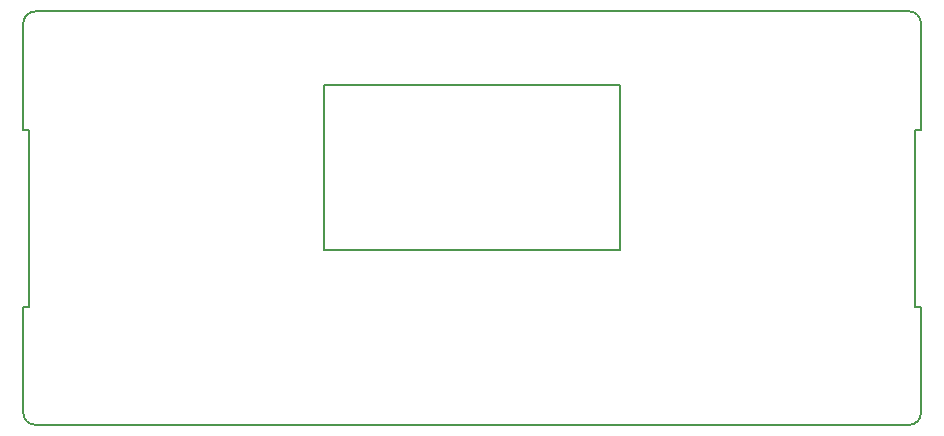
<source format=gko>
G04 DipTrace 4.3.0.4*
G04 GPSDO front v1.01.GKO*
%MOIN*%
G04 #@! TF.FileFunction,Profile*
G04 #@! TF.Part,Single*
%ADD12C,0.005512*%
%FSLAX26Y26*%
G04*
G70*
G90*
G75*
G01*
G04 BoardOutline*
%LPD*%
X433386Y394016D2*
D12*
X3346772D1*
G03X3386142Y433386I-1J39371D01*
G01*
Y787717D1*
X3366457D1*
Y1378268D1*
X3386142D1*
Y1732598D1*
G03X3346772Y1771969I-39371J-1D01*
G01*
X433386D1*
G03X394016Y1732598I1J-39371D01*
G01*
Y1378268D1*
X413701D1*
Y787717D1*
X394016D1*
Y433386D1*
G03X433386Y394016I39371J1D01*
G01*
X1397953Y1527874D2*
X2382205D1*
Y976693D1*
X1397953D1*
Y1527874D1*
M02*

</source>
